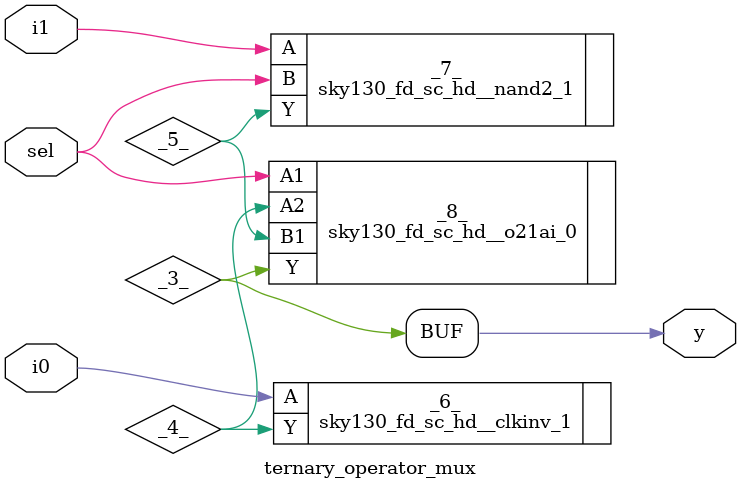
<source format=v>
/* Generated by Yosys 0.7 (git sha1 61f6811, gcc 6.2.0-11ubuntu1 -O2 -fdebug-prefix-map=/build/yosys-OIL3SR/yosys-0.7=. -fstack-protector-strong -fPIC -Os) */

module ternary_operator_mux(i0, i1, sel, y);
  wire _0_;
  wire _1_;
  wire _2_;
  wire _3_;
  wire _4_;
  wire _5_;
  input i0;
  input i1;
  input sel;
  output y;
  sky130_fd_sc_hd__clkinv_1 _6_ (
    .A(_0_),
    .Y(_4_)
  );
  sky130_fd_sc_hd__nand2_1 _7_ (
    .A(_1_),
    .B(_2_),
    .Y(_5_)
  );
  sky130_fd_sc_hd__o21ai_0 _8_ (
    .A1(_2_),
    .A2(_4_),
    .B1(_5_),
    .Y(_3_)
  );
  assign _0_ = i0;
  assign _1_ = i1;
  assign _2_ = sel;
  assign y = _3_;
endmodule

</source>
